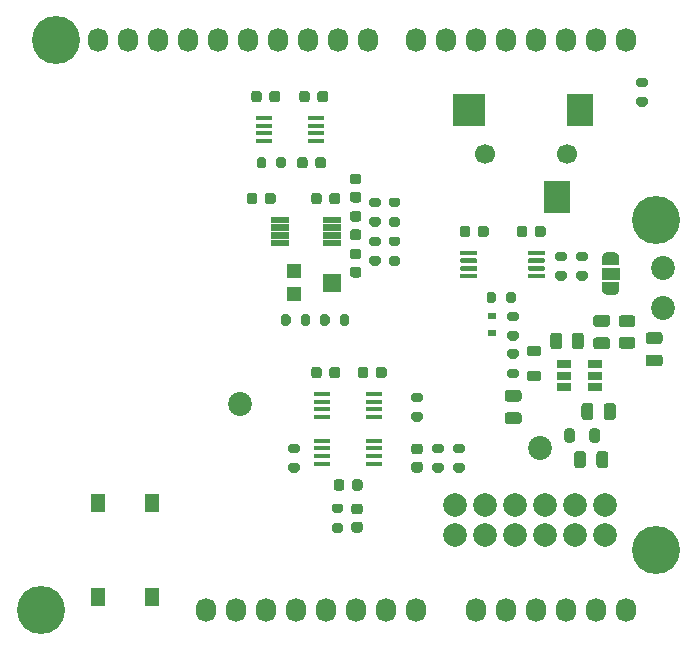
<source format=gts>
G04 #@! TF.GenerationSoftware,KiCad,Pcbnew,(5.1.9)-1*
G04 #@! TF.CreationDate,2021-12-17T16:24:56-06:00*
G04 #@! TF.ProjectId,DEVLPR,4445564c-5052-42e6-9b69-6361645f7063,rev?*
G04 #@! TF.SameCoordinates,Original*
G04 #@! TF.FileFunction,Soldermask,Top*
G04 #@! TF.FilePolarity,Negative*
%FSLAX46Y46*%
G04 Gerber Fmt 4.6, Leading zero omitted, Abs format (unit mm)*
G04 Created by KiCad (PCBNEW (5.1.9)-1) date 2021-12-17 16:24:56*
%MOMM*%
%LPD*%
G01*
G04 APERTURE LIST*
%ADD10R,1.300000X1.550000*%
%ADD11R,0.800000X0.600000*%
%ADD12C,2.020000*%
%ADD13R,1.500000X1.000000*%
%ADD14C,0.100000*%
%ADD15R,1.450000X0.450000*%
%ADD16R,1.220000X0.650000*%
%ADD17R,1.200000X1.200000*%
%ADD18R,1.500000X1.600000*%
%ADD19C,1.700000*%
%ADD20R,2.800000X2.800000*%
%ADD21R,2.200000X2.800000*%
%ADD22C,2.000000*%
%ADD23O,1.727200X2.032000*%
%ADD24C,4.064000*%
G04 APERTURE END LIST*
D10*
X134366000Y-114808000D03*
X134366000Y-122758000D03*
X129866000Y-114808000D03*
X129866000Y-122758000D03*
G36*
G01*
X165248000Y-99397000D02*
X164698000Y-99397000D01*
G75*
G02*
X164498000Y-99197000I0J200000D01*
G01*
X164498000Y-98797000D01*
G75*
G02*
X164698000Y-98597000I200000J0D01*
G01*
X165248000Y-98597000D01*
G75*
G02*
X165448000Y-98797000I0J-200000D01*
G01*
X165448000Y-99197000D01*
G75*
G02*
X165248000Y-99397000I-200000J0D01*
G01*
G37*
G36*
G01*
X165248000Y-101047000D02*
X164698000Y-101047000D01*
G75*
G02*
X164498000Y-100847000I0J200000D01*
G01*
X164498000Y-100447000D01*
G75*
G02*
X164698000Y-100247000I200000J0D01*
G01*
X165248000Y-100247000D01*
G75*
G02*
X165448000Y-100447000I0J-200000D01*
G01*
X165448000Y-100847000D01*
G75*
G02*
X165248000Y-101047000I-200000J0D01*
G01*
G37*
D11*
X163195000Y-100395000D03*
X163195000Y-98995000D03*
D12*
X177673000Y-94869000D03*
G36*
G01*
X150678000Y-113034000D02*
X150678000Y-113534000D01*
G75*
G02*
X150453000Y-113759000I-225000J0D01*
G01*
X150003000Y-113759000D01*
G75*
G02*
X149778000Y-113534000I0J225000D01*
G01*
X149778000Y-113034000D01*
G75*
G02*
X150003000Y-112809000I225000J0D01*
G01*
X150453000Y-112809000D01*
G75*
G02*
X150678000Y-113034000I0J-225000D01*
G01*
G37*
G36*
G01*
X152228000Y-113034000D02*
X152228000Y-113534000D01*
G75*
G02*
X152003000Y-113759000I-225000J0D01*
G01*
X151553000Y-113759000D01*
G75*
G02*
X151328000Y-113534000I0J225000D01*
G01*
X151328000Y-113034000D01*
G75*
G02*
X151553000Y-112809000I225000J0D01*
G01*
X152003000Y-112809000D01*
G75*
G02*
X152228000Y-113034000I0J-225000D01*
G01*
G37*
D13*
X173228000Y-95377000D03*
D14*
G36*
X172478602Y-94077000D02*
G01*
X172478602Y-94052466D01*
X172483412Y-94003635D01*
X172492984Y-93955510D01*
X172507228Y-93908555D01*
X172526005Y-93863222D01*
X172549136Y-93819949D01*
X172576396Y-93779150D01*
X172607524Y-93741221D01*
X172642221Y-93706524D01*
X172680150Y-93675396D01*
X172720949Y-93648136D01*
X172764222Y-93625005D01*
X172809555Y-93606228D01*
X172856510Y-93591984D01*
X172904635Y-93582412D01*
X172953466Y-93577602D01*
X172978000Y-93577602D01*
X172978000Y-93577000D01*
X173478000Y-93577000D01*
X173478000Y-93577602D01*
X173502534Y-93577602D01*
X173551365Y-93582412D01*
X173599490Y-93591984D01*
X173646445Y-93606228D01*
X173691778Y-93625005D01*
X173735051Y-93648136D01*
X173775850Y-93675396D01*
X173813779Y-93706524D01*
X173848476Y-93741221D01*
X173879604Y-93779150D01*
X173906864Y-93819949D01*
X173929995Y-93863222D01*
X173948772Y-93908555D01*
X173963016Y-93955510D01*
X173972588Y-94003635D01*
X173977398Y-94052466D01*
X173977398Y-94077000D01*
X173978000Y-94077000D01*
X173978000Y-94627000D01*
X172478000Y-94627000D01*
X172478000Y-94077000D01*
X172478602Y-94077000D01*
G37*
G36*
X173978000Y-96127000D02*
G01*
X173978000Y-96677000D01*
X173977398Y-96677000D01*
X173977398Y-96701534D01*
X173972588Y-96750365D01*
X173963016Y-96798490D01*
X173948772Y-96845445D01*
X173929995Y-96890778D01*
X173906864Y-96934051D01*
X173879604Y-96974850D01*
X173848476Y-97012779D01*
X173813779Y-97047476D01*
X173775850Y-97078604D01*
X173735051Y-97105864D01*
X173691778Y-97128995D01*
X173646445Y-97147772D01*
X173599490Y-97162016D01*
X173551365Y-97171588D01*
X173502534Y-97176398D01*
X173478000Y-97176398D01*
X173478000Y-97177000D01*
X172978000Y-97177000D01*
X172978000Y-97176398D01*
X172953466Y-97176398D01*
X172904635Y-97171588D01*
X172856510Y-97162016D01*
X172809555Y-97147772D01*
X172764222Y-97128995D01*
X172720949Y-97105864D01*
X172680150Y-97078604D01*
X172642221Y-97047476D01*
X172607524Y-97012779D01*
X172576396Y-96974850D01*
X172549136Y-96934051D01*
X172526005Y-96890778D01*
X172507228Y-96845445D01*
X172492984Y-96798490D01*
X172483412Y-96750365D01*
X172478602Y-96701534D01*
X172478602Y-96677000D01*
X172478000Y-96677000D01*
X172478000Y-96127000D01*
X173978000Y-96127000D01*
G37*
G36*
G01*
X166209000Y-93740000D02*
X166209000Y-93540000D01*
G75*
G02*
X166309000Y-93440000I100000J0D01*
G01*
X167584000Y-93440000D01*
G75*
G02*
X167684000Y-93540000I0J-100000D01*
G01*
X167684000Y-93740000D01*
G75*
G02*
X167584000Y-93840000I-100000J0D01*
G01*
X166309000Y-93840000D01*
G75*
G02*
X166209000Y-93740000I0J100000D01*
G01*
G37*
G36*
G01*
X166209000Y-94390000D02*
X166209000Y-94190000D01*
G75*
G02*
X166309000Y-94090000I100000J0D01*
G01*
X167584000Y-94090000D01*
G75*
G02*
X167684000Y-94190000I0J-100000D01*
G01*
X167684000Y-94390000D01*
G75*
G02*
X167584000Y-94490000I-100000J0D01*
G01*
X166309000Y-94490000D01*
G75*
G02*
X166209000Y-94390000I0J100000D01*
G01*
G37*
G36*
G01*
X166209000Y-95040000D02*
X166209000Y-94840000D01*
G75*
G02*
X166309000Y-94740000I100000J0D01*
G01*
X167584000Y-94740000D01*
G75*
G02*
X167684000Y-94840000I0J-100000D01*
G01*
X167684000Y-95040000D01*
G75*
G02*
X167584000Y-95140000I-100000J0D01*
G01*
X166309000Y-95140000D01*
G75*
G02*
X166209000Y-95040000I0J100000D01*
G01*
G37*
G36*
G01*
X166209000Y-95690000D02*
X166209000Y-95490000D01*
G75*
G02*
X166309000Y-95390000I100000J0D01*
G01*
X167584000Y-95390000D01*
G75*
G02*
X167684000Y-95490000I0J-100000D01*
G01*
X167684000Y-95690000D01*
G75*
G02*
X167584000Y-95790000I-100000J0D01*
G01*
X166309000Y-95790000D01*
G75*
G02*
X166209000Y-95690000I0J100000D01*
G01*
G37*
G36*
G01*
X160484000Y-95690000D02*
X160484000Y-95490000D01*
G75*
G02*
X160584000Y-95390000I100000J0D01*
G01*
X161859000Y-95390000D01*
G75*
G02*
X161959000Y-95490000I0J-100000D01*
G01*
X161959000Y-95690000D01*
G75*
G02*
X161859000Y-95790000I-100000J0D01*
G01*
X160584000Y-95790000D01*
G75*
G02*
X160484000Y-95690000I0J100000D01*
G01*
G37*
G36*
G01*
X160484000Y-95040000D02*
X160484000Y-94840000D01*
G75*
G02*
X160584000Y-94740000I100000J0D01*
G01*
X161859000Y-94740000D01*
G75*
G02*
X161959000Y-94840000I0J-100000D01*
G01*
X161959000Y-95040000D01*
G75*
G02*
X161859000Y-95140000I-100000J0D01*
G01*
X160584000Y-95140000D01*
G75*
G02*
X160484000Y-95040000I0J100000D01*
G01*
G37*
G36*
G01*
X160484000Y-94390000D02*
X160484000Y-94190000D01*
G75*
G02*
X160584000Y-94090000I100000J0D01*
G01*
X161859000Y-94090000D01*
G75*
G02*
X161959000Y-94190000I0J-100000D01*
G01*
X161959000Y-94390000D01*
G75*
G02*
X161859000Y-94490000I-100000J0D01*
G01*
X160584000Y-94490000D01*
G75*
G02*
X160484000Y-94390000I0J100000D01*
G01*
G37*
G36*
G01*
X160484000Y-93740000D02*
X160484000Y-93540000D01*
G75*
G02*
X160584000Y-93440000I100000J0D01*
G01*
X161859000Y-93440000D01*
G75*
G02*
X161959000Y-93540000I0J-100000D01*
G01*
X161959000Y-93740000D01*
G75*
G02*
X161859000Y-93840000I-100000J0D01*
G01*
X160584000Y-93840000D01*
G75*
G02*
X160484000Y-93740000I0J100000D01*
G01*
G37*
D15*
X148250000Y-82210000D03*
X148250000Y-82860000D03*
X148250000Y-83510000D03*
X148250000Y-84160000D03*
X143850000Y-84160000D03*
X143850000Y-83510000D03*
X143850000Y-82860000D03*
X143850000Y-82210000D03*
X148803000Y-111465000D03*
X148803000Y-110815000D03*
X148803000Y-110165000D03*
X148803000Y-109515000D03*
X153203000Y-109515000D03*
X153203000Y-110165000D03*
X153203000Y-110815000D03*
X153203000Y-111465000D03*
G36*
G01*
X145972000Y-93071000D02*
X144522000Y-93071000D01*
G75*
G02*
X144472000Y-93021000I0J50000D01*
G01*
X144472000Y-92571000D01*
G75*
G02*
X144522000Y-92521000I50000J0D01*
G01*
X145972000Y-92521000D01*
G75*
G02*
X146022000Y-92571000I0J-50000D01*
G01*
X146022000Y-93021000D01*
G75*
G02*
X145972000Y-93071000I-50000J0D01*
G01*
G37*
G36*
G01*
X145972000Y-92421000D02*
X144522000Y-92421000D01*
G75*
G02*
X144472000Y-92371000I0J50000D01*
G01*
X144472000Y-91921000D01*
G75*
G02*
X144522000Y-91871000I50000J0D01*
G01*
X145972000Y-91871000D01*
G75*
G02*
X146022000Y-91921000I0J-50000D01*
G01*
X146022000Y-92371000D01*
G75*
G02*
X145972000Y-92421000I-50000J0D01*
G01*
G37*
G36*
G01*
X145972000Y-91771000D02*
X144522000Y-91771000D01*
G75*
G02*
X144472000Y-91721000I0J50000D01*
G01*
X144472000Y-91271000D01*
G75*
G02*
X144522000Y-91221000I50000J0D01*
G01*
X145972000Y-91221000D01*
G75*
G02*
X146022000Y-91271000I0J-50000D01*
G01*
X146022000Y-91721000D01*
G75*
G02*
X145972000Y-91771000I-50000J0D01*
G01*
G37*
G36*
G01*
X145972000Y-91121000D02*
X144522000Y-91121000D01*
G75*
G02*
X144472000Y-91071000I0J50000D01*
G01*
X144472000Y-90621000D01*
G75*
G02*
X144522000Y-90571000I50000J0D01*
G01*
X145972000Y-90571000D01*
G75*
G02*
X146022000Y-90621000I0J-50000D01*
G01*
X146022000Y-91071000D01*
G75*
G02*
X145972000Y-91121000I-50000J0D01*
G01*
G37*
G36*
G01*
X150372000Y-91121000D02*
X148922000Y-91121000D01*
G75*
G02*
X148872000Y-91071000I0J50000D01*
G01*
X148872000Y-90621000D01*
G75*
G02*
X148922000Y-90571000I50000J0D01*
G01*
X150372000Y-90571000D01*
G75*
G02*
X150422000Y-90621000I0J-50000D01*
G01*
X150422000Y-91071000D01*
G75*
G02*
X150372000Y-91121000I-50000J0D01*
G01*
G37*
G36*
G01*
X150372000Y-91771000D02*
X148922000Y-91771000D01*
G75*
G02*
X148872000Y-91721000I0J50000D01*
G01*
X148872000Y-91271000D01*
G75*
G02*
X148922000Y-91221000I50000J0D01*
G01*
X150372000Y-91221000D01*
G75*
G02*
X150422000Y-91271000I0J-50000D01*
G01*
X150422000Y-91721000D01*
G75*
G02*
X150372000Y-91771000I-50000J0D01*
G01*
G37*
G36*
G01*
X150372000Y-92421000D02*
X148922000Y-92421000D01*
G75*
G02*
X148872000Y-92371000I0J50000D01*
G01*
X148872000Y-91921000D01*
G75*
G02*
X148922000Y-91871000I50000J0D01*
G01*
X150372000Y-91871000D01*
G75*
G02*
X150422000Y-91921000I0J-50000D01*
G01*
X150422000Y-92371000D01*
G75*
G02*
X150372000Y-92421000I-50000J0D01*
G01*
G37*
G36*
G01*
X150372000Y-93071000D02*
X148922000Y-93071000D01*
G75*
G02*
X148872000Y-93021000I0J50000D01*
G01*
X148872000Y-92571000D01*
G75*
G02*
X148922000Y-92521000I50000J0D01*
G01*
X150372000Y-92521000D01*
G75*
G02*
X150422000Y-92571000I0J-50000D01*
G01*
X150422000Y-93021000D01*
G75*
G02*
X150372000Y-93071000I-50000J0D01*
G01*
G37*
D16*
X169251000Y-104963000D03*
X169251000Y-104013000D03*
X169251000Y-103063000D03*
X171871000Y-103063000D03*
X171871000Y-104013000D03*
X171871000Y-104963000D03*
D15*
X153203000Y-105578000D03*
X153203000Y-106228000D03*
X153203000Y-106878000D03*
X153203000Y-107528000D03*
X148803000Y-107528000D03*
X148803000Y-106878000D03*
X148803000Y-106228000D03*
X148803000Y-105578000D03*
D12*
X167259000Y-110109000D03*
X177673000Y-98298000D03*
G36*
G01*
X168762000Y-95167000D02*
X169312000Y-95167000D01*
G75*
G02*
X169512000Y-95367000I0J-200000D01*
G01*
X169512000Y-95767000D01*
G75*
G02*
X169312000Y-95967000I-200000J0D01*
G01*
X168762000Y-95967000D01*
G75*
G02*
X168562000Y-95767000I0J200000D01*
G01*
X168562000Y-95367000D01*
G75*
G02*
X168762000Y-95167000I200000J0D01*
G01*
G37*
G36*
G01*
X168762000Y-93517000D02*
X169312000Y-93517000D01*
G75*
G02*
X169512000Y-93717000I0J-200000D01*
G01*
X169512000Y-94117000D01*
G75*
G02*
X169312000Y-94317000I-200000J0D01*
G01*
X168762000Y-94317000D01*
G75*
G02*
X168562000Y-94117000I0J200000D01*
G01*
X168562000Y-93717000D01*
G75*
G02*
X168762000Y-93517000I200000J0D01*
G01*
G37*
G36*
G01*
X171090000Y-94317000D02*
X170540000Y-94317000D01*
G75*
G02*
X170340000Y-94117000I0J200000D01*
G01*
X170340000Y-93717000D01*
G75*
G02*
X170540000Y-93517000I200000J0D01*
G01*
X171090000Y-93517000D01*
G75*
G02*
X171290000Y-93717000I0J-200000D01*
G01*
X171290000Y-94117000D01*
G75*
G02*
X171090000Y-94317000I-200000J0D01*
G01*
G37*
G36*
G01*
X171090000Y-95967000D02*
X170540000Y-95967000D01*
G75*
G02*
X170340000Y-95767000I0J200000D01*
G01*
X170340000Y-95367000D01*
G75*
G02*
X170540000Y-95167000I200000J0D01*
G01*
X171090000Y-95167000D01*
G75*
G02*
X171290000Y-95367000I0J-200000D01*
G01*
X171290000Y-95767000D01*
G75*
G02*
X171090000Y-95967000I-200000J0D01*
G01*
G37*
G36*
G01*
X163532000Y-97134000D02*
X163532000Y-97684000D01*
G75*
G02*
X163332000Y-97884000I-200000J0D01*
G01*
X162932000Y-97884000D01*
G75*
G02*
X162732000Y-97684000I0J200000D01*
G01*
X162732000Y-97134000D01*
G75*
G02*
X162932000Y-96934000I200000J0D01*
G01*
X163332000Y-96934000D01*
G75*
G02*
X163532000Y-97134000I0J-200000D01*
G01*
G37*
G36*
G01*
X165182000Y-97134000D02*
X165182000Y-97684000D01*
G75*
G02*
X164982000Y-97884000I-200000J0D01*
G01*
X164582000Y-97884000D01*
G75*
G02*
X164382000Y-97684000I0J200000D01*
G01*
X164382000Y-97134000D01*
G75*
G02*
X164582000Y-96934000I200000J0D01*
G01*
X164982000Y-96934000D01*
G75*
G02*
X165182000Y-97134000I0J-200000D01*
G01*
G37*
G36*
G01*
X146133000Y-99039000D02*
X146133000Y-99589000D01*
G75*
G02*
X145933000Y-99789000I-200000J0D01*
G01*
X145533000Y-99789000D01*
G75*
G02*
X145333000Y-99589000I0J200000D01*
G01*
X145333000Y-99039000D01*
G75*
G02*
X145533000Y-98839000I200000J0D01*
G01*
X145933000Y-98839000D01*
G75*
G02*
X146133000Y-99039000I0J-200000D01*
G01*
G37*
G36*
G01*
X147783000Y-99039000D02*
X147783000Y-99589000D01*
G75*
G02*
X147583000Y-99789000I-200000J0D01*
G01*
X147183000Y-99789000D01*
G75*
G02*
X146983000Y-99589000I0J200000D01*
G01*
X146983000Y-99039000D01*
G75*
G02*
X147183000Y-98839000I200000J0D01*
G01*
X147583000Y-98839000D01*
G75*
G02*
X147783000Y-99039000I0J-200000D01*
G01*
G37*
G36*
G01*
X157120000Y-106255000D02*
X156570000Y-106255000D01*
G75*
G02*
X156370000Y-106055000I0J200000D01*
G01*
X156370000Y-105655000D01*
G75*
G02*
X156570000Y-105455000I200000J0D01*
G01*
X157120000Y-105455000D01*
G75*
G02*
X157320000Y-105655000I0J-200000D01*
G01*
X157320000Y-106055000D01*
G75*
G02*
X157120000Y-106255000I-200000J0D01*
G01*
G37*
G36*
G01*
X157120000Y-107905000D02*
X156570000Y-107905000D01*
G75*
G02*
X156370000Y-107705000I0J200000D01*
G01*
X156370000Y-107305000D01*
G75*
G02*
X156570000Y-107105000I200000J0D01*
G01*
X157120000Y-107105000D01*
G75*
G02*
X157320000Y-107305000I0J-200000D01*
G01*
X157320000Y-107705000D01*
G75*
G02*
X157120000Y-107905000I-200000J0D01*
G01*
G37*
G36*
G01*
X160126000Y-111423000D02*
X160676000Y-111423000D01*
G75*
G02*
X160876000Y-111623000I0J-200000D01*
G01*
X160876000Y-112023000D01*
G75*
G02*
X160676000Y-112223000I-200000J0D01*
G01*
X160126000Y-112223000D01*
G75*
G02*
X159926000Y-112023000I0J200000D01*
G01*
X159926000Y-111623000D01*
G75*
G02*
X160126000Y-111423000I200000J0D01*
G01*
G37*
G36*
G01*
X160126000Y-109773000D02*
X160676000Y-109773000D01*
G75*
G02*
X160876000Y-109973000I0J-200000D01*
G01*
X160876000Y-110373000D01*
G75*
G02*
X160676000Y-110573000I-200000J0D01*
G01*
X160126000Y-110573000D01*
G75*
G02*
X159926000Y-110373000I0J200000D01*
G01*
X159926000Y-109973000D01*
G75*
G02*
X160126000Y-109773000I200000J0D01*
G01*
G37*
G36*
G01*
X165248000Y-102572000D02*
X164698000Y-102572000D01*
G75*
G02*
X164498000Y-102372000I0J200000D01*
G01*
X164498000Y-101972000D01*
G75*
G02*
X164698000Y-101772000I200000J0D01*
G01*
X165248000Y-101772000D01*
G75*
G02*
X165448000Y-101972000I0J-200000D01*
G01*
X165448000Y-102372000D01*
G75*
G02*
X165248000Y-102572000I-200000J0D01*
G01*
G37*
G36*
G01*
X165248000Y-104222000D02*
X164698000Y-104222000D01*
G75*
G02*
X164498000Y-104022000I0J200000D01*
G01*
X164498000Y-103622000D01*
G75*
G02*
X164698000Y-103422000I200000J0D01*
G01*
X165248000Y-103422000D01*
G75*
G02*
X165448000Y-103622000I0J-200000D01*
G01*
X165448000Y-104022000D01*
G75*
G02*
X165248000Y-104222000I-200000J0D01*
G01*
G37*
G36*
G01*
X169945000Y-101542001D02*
X169945000Y-100641999D01*
G75*
G02*
X170194999Y-100392000I249999J0D01*
G01*
X170720001Y-100392000D01*
G75*
G02*
X170970000Y-100641999I0J-249999D01*
G01*
X170970000Y-101542001D01*
G75*
G02*
X170720001Y-101792000I-249999J0D01*
G01*
X170194999Y-101792000D01*
G75*
G02*
X169945000Y-101542001I0J249999D01*
G01*
G37*
G36*
G01*
X168120000Y-101542001D02*
X168120000Y-100641999D01*
G75*
G02*
X168369999Y-100392000I249999J0D01*
G01*
X168895001Y-100392000D01*
G75*
G02*
X169145000Y-100641999I0J-249999D01*
G01*
X169145000Y-101542001D01*
G75*
G02*
X168895001Y-101792000I-249999J0D01*
G01*
X168369999Y-101792000D01*
G75*
G02*
X168120000Y-101542001I0J249999D01*
G01*
G37*
G36*
G01*
X174174999Y-100730000D02*
X175075001Y-100730000D01*
G75*
G02*
X175325000Y-100979999I0J-249999D01*
G01*
X175325000Y-101505001D01*
G75*
G02*
X175075001Y-101755000I-249999J0D01*
G01*
X174174999Y-101755000D01*
G75*
G02*
X173925000Y-101505001I0J249999D01*
G01*
X173925000Y-100979999D01*
G75*
G02*
X174174999Y-100730000I249999J0D01*
G01*
G37*
G36*
G01*
X174174999Y-98905000D02*
X175075001Y-98905000D01*
G75*
G02*
X175325000Y-99154999I0J-249999D01*
G01*
X175325000Y-99680001D01*
G75*
G02*
X175075001Y-99930000I-249999J0D01*
G01*
X174174999Y-99930000D01*
G75*
G02*
X173925000Y-99680001I0J249999D01*
G01*
X173925000Y-99154999D01*
G75*
G02*
X174174999Y-98905000I249999J0D01*
G01*
G37*
G36*
G01*
X167132250Y-102372000D02*
X166369750Y-102372000D01*
G75*
G02*
X166151000Y-102153250I0J218750D01*
G01*
X166151000Y-101715750D01*
G75*
G02*
X166369750Y-101497000I218750J0D01*
G01*
X167132250Y-101497000D01*
G75*
G02*
X167351000Y-101715750I0J-218750D01*
G01*
X167351000Y-102153250D01*
G75*
G02*
X167132250Y-102372000I-218750J0D01*
G01*
G37*
G36*
G01*
X167132250Y-104497000D02*
X166369750Y-104497000D01*
G75*
G02*
X166151000Y-104278250I0J218750D01*
G01*
X166151000Y-103840750D01*
G75*
G02*
X166369750Y-103622000I218750J0D01*
G01*
X167132250Y-103622000D01*
G75*
G02*
X167351000Y-103840750I0J-218750D01*
G01*
X167351000Y-104278250D01*
G75*
G02*
X167132250Y-104497000I-218750J0D01*
G01*
G37*
G36*
G01*
X171440000Y-109474250D02*
X171440000Y-108711750D01*
G75*
G02*
X171658750Y-108493000I218750J0D01*
G01*
X172096250Y-108493000D01*
G75*
G02*
X172315000Y-108711750I0J-218750D01*
G01*
X172315000Y-109474250D01*
G75*
G02*
X172096250Y-109693000I-218750J0D01*
G01*
X171658750Y-109693000D01*
G75*
G02*
X171440000Y-109474250I0J218750D01*
G01*
G37*
G36*
G01*
X169315000Y-109474250D02*
X169315000Y-108711750D01*
G75*
G02*
X169533750Y-108493000I218750J0D01*
G01*
X169971250Y-108493000D01*
G75*
G02*
X170190000Y-108711750I0J-218750D01*
G01*
X170190000Y-109474250D01*
G75*
G02*
X169971250Y-109693000I-218750J0D01*
G01*
X169533750Y-109693000D01*
G75*
G02*
X169315000Y-109474250I0J218750D01*
G01*
G37*
G36*
G01*
X144343000Y-80641000D02*
X144343000Y-80141000D01*
G75*
G02*
X144568000Y-79916000I225000J0D01*
G01*
X145018000Y-79916000D01*
G75*
G02*
X145243000Y-80141000I0J-225000D01*
G01*
X145243000Y-80641000D01*
G75*
G02*
X145018000Y-80866000I-225000J0D01*
G01*
X144568000Y-80866000D01*
G75*
G02*
X144343000Y-80641000I0J225000D01*
G01*
G37*
G36*
G01*
X142793000Y-80641000D02*
X142793000Y-80141000D01*
G75*
G02*
X143018000Y-79916000I225000J0D01*
G01*
X143468000Y-79916000D01*
G75*
G02*
X143693000Y-80141000I0J-225000D01*
G01*
X143693000Y-80641000D01*
G75*
G02*
X143468000Y-80866000I-225000J0D01*
G01*
X143018000Y-80866000D01*
G75*
G02*
X142793000Y-80641000I0J225000D01*
G01*
G37*
G36*
G01*
X147757000Y-80141000D02*
X147757000Y-80641000D01*
G75*
G02*
X147532000Y-80866000I-225000J0D01*
G01*
X147082000Y-80866000D01*
G75*
G02*
X146857000Y-80641000I0J225000D01*
G01*
X146857000Y-80141000D01*
G75*
G02*
X147082000Y-79916000I225000J0D01*
G01*
X147532000Y-79916000D01*
G75*
G02*
X147757000Y-80141000I0J-225000D01*
G01*
G37*
G36*
G01*
X149307000Y-80141000D02*
X149307000Y-80641000D01*
G75*
G02*
X149082000Y-80866000I-225000J0D01*
G01*
X148632000Y-80866000D01*
G75*
G02*
X148407000Y-80641000I0J225000D01*
G01*
X148407000Y-80141000D01*
G75*
G02*
X148632000Y-79916000I225000J0D01*
G01*
X149082000Y-79916000D01*
G75*
G02*
X149307000Y-80141000I0J-225000D01*
G01*
G37*
G36*
G01*
X152710000Y-103509000D02*
X152710000Y-104009000D01*
G75*
G02*
X152485000Y-104234000I-225000J0D01*
G01*
X152035000Y-104234000D01*
G75*
G02*
X151810000Y-104009000I0J225000D01*
G01*
X151810000Y-103509000D01*
G75*
G02*
X152035000Y-103284000I225000J0D01*
G01*
X152485000Y-103284000D01*
G75*
G02*
X152710000Y-103509000I0J-225000D01*
G01*
G37*
G36*
G01*
X154260000Y-103509000D02*
X154260000Y-104009000D01*
G75*
G02*
X154035000Y-104234000I-225000J0D01*
G01*
X153585000Y-104234000D01*
G75*
G02*
X153360000Y-104009000I0J225000D01*
G01*
X153360000Y-103509000D01*
G75*
G02*
X153585000Y-103284000I225000J0D01*
G01*
X154035000Y-103284000D01*
G75*
G02*
X154260000Y-103509000I0J-225000D01*
G01*
G37*
G36*
G01*
X151888000Y-94163000D02*
X151388000Y-94163000D01*
G75*
G02*
X151163000Y-93938000I0J225000D01*
G01*
X151163000Y-93488000D01*
G75*
G02*
X151388000Y-93263000I225000J0D01*
G01*
X151888000Y-93263000D01*
G75*
G02*
X152113000Y-93488000I0J-225000D01*
G01*
X152113000Y-93938000D01*
G75*
G02*
X151888000Y-94163000I-225000J0D01*
G01*
G37*
G36*
G01*
X151888000Y-95713000D02*
X151388000Y-95713000D01*
G75*
G02*
X151163000Y-95488000I0J225000D01*
G01*
X151163000Y-95038000D01*
G75*
G02*
X151388000Y-94813000I225000J0D01*
G01*
X151888000Y-94813000D01*
G75*
G02*
X152113000Y-95038000I0J-225000D01*
G01*
X152113000Y-95488000D01*
G75*
G02*
X151888000Y-95713000I-225000J0D01*
G01*
G37*
G36*
G01*
X151888000Y-90988000D02*
X151388000Y-90988000D01*
G75*
G02*
X151163000Y-90763000I0J225000D01*
G01*
X151163000Y-90313000D01*
G75*
G02*
X151388000Y-90088000I225000J0D01*
G01*
X151888000Y-90088000D01*
G75*
G02*
X152113000Y-90313000I0J-225000D01*
G01*
X152113000Y-90763000D01*
G75*
G02*
X151888000Y-90988000I-225000J0D01*
G01*
G37*
G36*
G01*
X151888000Y-92538000D02*
X151388000Y-92538000D01*
G75*
G02*
X151163000Y-92313000I0J225000D01*
G01*
X151163000Y-91863000D01*
G75*
G02*
X151388000Y-91638000I225000J0D01*
G01*
X151888000Y-91638000D01*
G75*
G02*
X152113000Y-91863000I0J-225000D01*
G01*
X152113000Y-92313000D01*
G75*
G02*
X151888000Y-92538000I-225000J0D01*
G01*
G37*
G36*
G01*
X151888000Y-87813000D02*
X151388000Y-87813000D01*
G75*
G02*
X151163000Y-87588000I0J225000D01*
G01*
X151163000Y-87138000D01*
G75*
G02*
X151388000Y-86913000I225000J0D01*
G01*
X151888000Y-86913000D01*
G75*
G02*
X152113000Y-87138000I0J-225000D01*
G01*
X152113000Y-87588000D01*
G75*
G02*
X151888000Y-87813000I-225000J0D01*
G01*
G37*
G36*
G01*
X151888000Y-89363000D02*
X151388000Y-89363000D01*
G75*
G02*
X151163000Y-89138000I0J225000D01*
G01*
X151163000Y-88688000D01*
G75*
G02*
X151388000Y-88463000I225000J0D01*
G01*
X151888000Y-88463000D01*
G75*
G02*
X152113000Y-88688000I0J-225000D01*
G01*
X152113000Y-89138000D01*
G75*
G02*
X151888000Y-89363000I-225000J0D01*
G01*
G37*
G36*
G01*
X164498000Y-107130000D02*
X165448000Y-107130000D01*
G75*
G02*
X165698000Y-107380000I0J-250000D01*
G01*
X165698000Y-107880000D01*
G75*
G02*
X165448000Y-108130000I-250000J0D01*
G01*
X164498000Y-108130000D01*
G75*
G02*
X164248000Y-107880000I0J250000D01*
G01*
X164248000Y-107380000D01*
G75*
G02*
X164498000Y-107130000I250000J0D01*
G01*
G37*
G36*
G01*
X164498000Y-105230000D02*
X165448000Y-105230000D01*
G75*
G02*
X165698000Y-105480000I0J-250000D01*
G01*
X165698000Y-105980000D01*
G75*
G02*
X165448000Y-106230000I-250000J0D01*
G01*
X164498000Y-106230000D01*
G75*
G02*
X164248000Y-105980000I0J250000D01*
G01*
X164248000Y-105480000D01*
G75*
G02*
X164498000Y-105230000I250000J0D01*
G01*
G37*
G36*
G01*
X176436000Y-102238000D02*
X177386000Y-102238000D01*
G75*
G02*
X177636000Y-102488000I0J-250000D01*
G01*
X177636000Y-102988000D01*
G75*
G02*
X177386000Y-103238000I-250000J0D01*
G01*
X176436000Y-103238000D01*
G75*
G02*
X176186000Y-102988000I0J250000D01*
G01*
X176186000Y-102488000D01*
G75*
G02*
X176436000Y-102238000I250000J0D01*
G01*
G37*
G36*
G01*
X176436000Y-100338000D02*
X177386000Y-100338000D01*
G75*
G02*
X177636000Y-100588000I0J-250000D01*
G01*
X177636000Y-101088000D01*
G75*
G02*
X177386000Y-101338000I-250000J0D01*
G01*
X176436000Y-101338000D01*
G75*
G02*
X176186000Y-101088000I0J250000D01*
G01*
X176186000Y-100588000D01*
G75*
G02*
X176436000Y-100338000I250000J0D01*
G01*
G37*
G36*
G01*
X171991000Y-100780000D02*
X172941000Y-100780000D01*
G75*
G02*
X173191000Y-101030000I0J-250000D01*
G01*
X173191000Y-101530000D01*
G75*
G02*
X172941000Y-101780000I-250000J0D01*
G01*
X171991000Y-101780000D01*
G75*
G02*
X171741000Y-101530000I0J250000D01*
G01*
X171741000Y-101030000D01*
G75*
G02*
X171991000Y-100780000I250000J0D01*
G01*
G37*
G36*
G01*
X171991000Y-98880000D02*
X172941000Y-98880000D01*
G75*
G02*
X173191000Y-99130000I0J-250000D01*
G01*
X173191000Y-99630000D01*
G75*
G02*
X172941000Y-99880000I-250000J0D01*
G01*
X171991000Y-99880000D01*
G75*
G02*
X171741000Y-99630000I0J250000D01*
G01*
X171741000Y-99130000D01*
G75*
G02*
X171991000Y-98880000I250000J0D01*
G01*
G37*
G36*
G01*
X172662000Y-107536000D02*
X172662000Y-106586000D01*
G75*
G02*
X172912000Y-106336000I250000J0D01*
G01*
X173412000Y-106336000D01*
G75*
G02*
X173662000Y-106586000I0J-250000D01*
G01*
X173662000Y-107536000D01*
G75*
G02*
X173412000Y-107786000I-250000J0D01*
G01*
X172912000Y-107786000D01*
G75*
G02*
X172662000Y-107536000I0J250000D01*
G01*
G37*
G36*
G01*
X170762000Y-107536000D02*
X170762000Y-106586000D01*
G75*
G02*
X171012000Y-106336000I250000J0D01*
G01*
X171512000Y-106336000D01*
G75*
G02*
X171762000Y-106586000I0J-250000D01*
G01*
X171762000Y-107536000D01*
G75*
G02*
X171512000Y-107786000I-250000J0D01*
G01*
X171012000Y-107786000D01*
G75*
G02*
X170762000Y-107536000I0J250000D01*
G01*
G37*
G36*
G01*
X172027000Y-111600000D02*
X172027000Y-110650000D01*
G75*
G02*
X172277000Y-110400000I250000J0D01*
G01*
X172777000Y-110400000D01*
G75*
G02*
X173027000Y-110650000I0J-250000D01*
G01*
X173027000Y-111600000D01*
G75*
G02*
X172777000Y-111850000I-250000J0D01*
G01*
X172277000Y-111850000D01*
G75*
G02*
X172027000Y-111600000I0J250000D01*
G01*
G37*
G36*
G01*
X170127000Y-111600000D02*
X170127000Y-110650000D01*
G75*
G02*
X170377000Y-110400000I250000J0D01*
G01*
X170877000Y-110400000D01*
G75*
G02*
X171127000Y-110650000I0J-250000D01*
G01*
X171127000Y-111600000D01*
G75*
G02*
X170877000Y-111850000I-250000J0D01*
G01*
X170377000Y-111850000D01*
G75*
G02*
X170127000Y-111600000I0J250000D01*
G01*
G37*
G36*
G01*
X144925600Y-86279400D02*
X144925600Y-85729400D01*
G75*
G02*
X145125600Y-85529400I200000J0D01*
G01*
X145525600Y-85529400D01*
G75*
G02*
X145725600Y-85729400I0J-200000D01*
G01*
X145725600Y-86279400D01*
G75*
G02*
X145525600Y-86479400I-200000J0D01*
G01*
X145125600Y-86479400D01*
G75*
G02*
X144925600Y-86279400I0J200000D01*
G01*
G37*
G36*
G01*
X143275600Y-86279400D02*
X143275600Y-85729400D01*
G75*
G02*
X143475600Y-85529400I200000J0D01*
G01*
X143875600Y-85529400D01*
G75*
G02*
X144075600Y-85729400I0J-200000D01*
G01*
X144075600Y-86279400D01*
G75*
G02*
X143875600Y-86479400I-200000J0D01*
G01*
X143475600Y-86479400D01*
G75*
G02*
X143275600Y-86279400I0J200000D01*
G01*
G37*
G36*
G01*
X150389000Y-115653000D02*
X149839000Y-115653000D01*
G75*
G02*
X149639000Y-115453000I0J200000D01*
G01*
X149639000Y-115053000D01*
G75*
G02*
X149839000Y-114853000I200000J0D01*
G01*
X150389000Y-114853000D01*
G75*
G02*
X150589000Y-115053000I0J-200000D01*
G01*
X150589000Y-115453000D01*
G75*
G02*
X150389000Y-115653000I-200000J0D01*
G01*
G37*
G36*
G01*
X150389000Y-117303000D02*
X149839000Y-117303000D01*
G75*
G02*
X149639000Y-117103000I0J200000D01*
G01*
X149639000Y-116703000D01*
G75*
G02*
X149839000Y-116503000I200000J0D01*
G01*
X150389000Y-116503000D01*
G75*
G02*
X150589000Y-116703000I0J-200000D01*
G01*
X150589000Y-117103000D01*
G75*
G02*
X150389000Y-117303000I-200000J0D01*
G01*
G37*
G36*
G01*
X149435000Y-99039000D02*
X149435000Y-99589000D01*
G75*
G02*
X149235000Y-99789000I-200000J0D01*
G01*
X148835000Y-99789000D01*
G75*
G02*
X148635000Y-99589000I0J200000D01*
G01*
X148635000Y-99039000D01*
G75*
G02*
X148835000Y-98839000I200000J0D01*
G01*
X149235000Y-98839000D01*
G75*
G02*
X149435000Y-99039000I0J-200000D01*
G01*
G37*
G36*
G01*
X151085000Y-99039000D02*
X151085000Y-99589000D01*
G75*
G02*
X150885000Y-99789000I-200000J0D01*
G01*
X150485000Y-99789000D01*
G75*
G02*
X150285000Y-99589000I0J200000D01*
G01*
X150285000Y-99039000D01*
G75*
G02*
X150485000Y-98839000I200000J0D01*
G01*
X150885000Y-98839000D01*
G75*
G02*
X151085000Y-99039000I0J-200000D01*
G01*
G37*
G36*
G01*
X153564000Y-89745000D02*
X153014000Y-89745000D01*
G75*
G02*
X152814000Y-89545000I0J200000D01*
G01*
X152814000Y-89145000D01*
G75*
G02*
X153014000Y-88945000I200000J0D01*
G01*
X153564000Y-88945000D01*
G75*
G02*
X153764000Y-89145000I0J-200000D01*
G01*
X153764000Y-89545000D01*
G75*
G02*
X153564000Y-89745000I-200000J0D01*
G01*
G37*
G36*
G01*
X153564000Y-91395000D02*
X153014000Y-91395000D01*
G75*
G02*
X152814000Y-91195000I0J200000D01*
G01*
X152814000Y-90795000D01*
G75*
G02*
X153014000Y-90595000I200000J0D01*
G01*
X153564000Y-90595000D01*
G75*
G02*
X153764000Y-90795000I0J-200000D01*
G01*
X153764000Y-91195000D01*
G75*
G02*
X153564000Y-91395000I-200000J0D01*
G01*
G37*
G36*
G01*
X153014000Y-93897000D02*
X153564000Y-93897000D01*
G75*
G02*
X153764000Y-94097000I0J-200000D01*
G01*
X153764000Y-94497000D01*
G75*
G02*
X153564000Y-94697000I-200000J0D01*
G01*
X153014000Y-94697000D01*
G75*
G02*
X152814000Y-94497000I0J200000D01*
G01*
X152814000Y-94097000D01*
G75*
G02*
X153014000Y-93897000I200000J0D01*
G01*
G37*
G36*
G01*
X153014000Y-92247000D02*
X153564000Y-92247000D01*
G75*
G02*
X153764000Y-92447000I0J-200000D01*
G01*
X153764000Y-92847000D01*
G75*
G02*
X153564000Y-93047000I-200000J0D01*
G01*
X153014000Y-93047000D01*
G75*
G02*
X152814000Y-92847000I0J200000D01*
G01*
X152814000Y-92447000D01*
G75*
G02*
X153014000Y-92247000I200000J0D01*
G01*
G37*
G36*
G01*
X176170000Y-79585000D02*
X175620000Y-79585000D01*
G75*
G02*
X175420000Y-79385000I0J200000D01*
G01*
X175420000Y-78985000D01*
G75*
G02*
X175620000Y-78785000I200000J0D01*
G01*
X176170000Y-78785000D01*
G75*
G02*
X176370000Y-78985000I0J-200000D01*
G01*
X176370000Y-79385000D01*
G75*
G02*
X176170000Y-79585000I-200000J0D01*
G01*
G37*
G36*
G01*
X176170000Y-81235000D02*
X175620000Y-81235000D01*
G75*
G02*
X175420000Y-81035000I0J200000D01*
G01*
X175420000Y-80635000D01*
G75*
G02*
X175620000Y-80435000I200000J0D01*
G01*
X176170000Y-80435000D01*
G75*
G02*
X176370000Y-80635000I0J-200000D01*
G01*
X176370000Y-81035000D01*
G75*
G02*
X176170000Y-81235000I-200000J0D01*
G01*
G37*
G36*
G01*
X158898000Y-110573000D02*
X158348000Y-110573000D01*
G75*
G02*
X158148000Y-110373000I0J200000D01*
G01*
X158148000Y-109973000D01*
G75*
G02*
X158348000Y-109773000I200000J0D01*
G01*
X158898000Y-109773000D01*
G75*
G02*
X159098000Y-109973000I0J-200000D01*
G01*
X159098000Y-110373000D01*
G75*
G02*
X158898000Y-110573000I-200000J0D01*
G01*
G37*
G36*
G01*
X158898000Y-112223000D02*
X158348000Y-112223000D01*
G75*
G02*
X158148000Y-112023000I0J200000D01*
G01*
X158148000Y-111623000D01*
G75*
G02*
X158348000Y-111423000I200000J0D01*
G01*
X158898000Y-111423000D01*
G75*
G02*
X159098000Y-111623000I0J-200000D01*
G01*
X159098000Y-112023000D01*
G75*
G02*
X158898000Y-112223000I-200000J0D01*
G01*
G37*
D17*
X146409000Y-97139000D03*
X146409000Y-95139000D03*
D18*
X149659000Y-96139000D03*
G36*
G01*
X148229200Y-86254400D02*
X148229200Y-85754400D01*
G75*
G02*
X148454200Y-85529400I225000J0D01*
G01*
X148904200Y-85529400D01*
G75*
G02*
X149129200Y-85754400I0J-225000D01*
G01*
X149129200Y-86254400D01*
G75*
G02*
X148904200Y-86479400I-225000J0D01*
G01*
X148454200Y-86479400D01*
G75*
G02*
X148229200Y-86254400I0J225000D01*
G01*
G37*
G36*
G01*
X146679200Y-86254400D02*
X146679200Y-85754400D01*
G75*
G02*
X146904200Y-85529400I225000J0D01*
G01*
X147354200Y-85529400D01*
G75*
G02*
X147579200Y-85754400I0J-225000D01*
G01*
X147579200Y-86254400D01*
G75*
G02*
X147354200Y-86479400I-225000J0D01*
G01*
X146904200Y-86479400D01*
G75*
G02*
X146679200Y-86254400I0J225000D01*
G01*
G37*
G36*
G01*
X161996000Y-92071000D02*
X161996000Y-91571000D01*
G75*
G02*
X162221000Y-91346000I225000J0D01*
G01*
X162671000Y-91346000D01*
G75*
G02*
X162896000Y-91571000I0J-225000D01*
G01*
X162896000Y-92071000D01*
G75*
G02*
X162671000Y-92296000I-225000J0D01*
G01*
X162221000Y-92296000D01*
G75*
G02*
X161996000Y-92071000I0J225000D01*
G01*
G37*
G36*
G01*
X160446000Y-92071000D02*
X160446000Y-91571000D01*
G75*
G02*
X160671000Y-91346000I225000J0D01*
G01*
X161121000Y-91346000D01*
G75*
G02*
X161346000Y-91571000I0J-225000D01*
G01*
X161346000Y-92071000D01*
G75*
G02*
X161121000Y-92296000I-225000J0D01*
G01*
X160671000Y-92296000D01*
G75*
G02*
X160446000Y-92071000I0J225000D01*
G01*
G37*
G36*
G01*
X166172000Y-91571000D02*
X166172000Y-92071000D01*
G75*
G02*
X165947000Y-92296000I-225000J0D01*
G01*
X165497000Y-92296000D01*
G75*
G02*
X165272000Y-92071000I0J225000D01*
G01*
X165272000Y-91571000D01*
G75*
G02*
X165497000Y-91346000I225000J0D01*
G01*
X165947000Y-91346000D01*
G75*
G02*
X166172000Y-91571000I0J-225000D01*
G01*
G37*
G36*
G01*
X167722000Y-91571000D02*
X167722000Y-92071000D01*
G75*
G02*
X167497000Y-92296000I-225000J0D01*
G01*
X167047000Y-92296000D01*
G75*
G02*
X166822000Y-92071000I0J225000D01*
G01*
X166822000Y-91571000D01*
G75*
G02*
X167047000Y-91346000I225000J0D01*
G01*
X167497000Y-91346000D01*
G75*
G02*
X167722000Y-91571000I0J-225000D01*
G01*
G37*
G36*
G01*
X151515000Y-116403000D02*
X152015000Y-116403000D01*
G75*
G02*
X152240000Y-116628000I0J-225000D01*
G01*
X152240000Y-117078000D01*
G75*
G02*
X152015000Y-117303000I-225000J0D01*
G01*
X151515000Y-117303000D01*
G75*
G02*
X151290000Y-117078000I0J225000D01*
G01*
X151290000Y-116628000D01*
G75*
G02*
X151515000Y-116403000I225000J0D01*
G01*
G37*
G36*
G01*
X151515000Y-114853000D02*
X152015000Y-114853000D01*
G75*
G02*
X152240000Y-115078000I0J-225000D01*
G01*
X152240000Y-115528000D01*
G75*
G02*
X152015000Y-115753000I-225000J0D01*
G01*
X151515000Y-115753000D01*
G75*
G02*
X151290000Y-115528000I0J225000D01*
G01*
X151290000Y-115078000D01*
G75*
G02*
X151515000Y-114853000I225000J0D01*
G01*
G37*
D12*
X141859000Y-106426000D03*
G36*
G01*
X143962000Y-89277000D02*
X143962000Y-88777000D01*
G75*
G02*
X144187000Y-88552000I225000J0D01*
G01*
X144637000Y-88552000D01*
G75*
G02*
X144862000Y-88777000I0J-225000D01*
G01*
X144862000Y-89277000D01*
G75*
G02*
X144637000Y-89502000I-225000J0D01*
G01*
X144187000Y-89502000D01*
G75*
G02*
X143962000Y-89277000I0J225000D01*
G01*
G37*
G36*
G01*
X142412000Y-89277000D02*
X142412000Y-88777000D01*
G75*
G02*
X142637000Y-88552000I225000J0D01*
G01*
X143087000Y-88552000D01*
G75*
G02*
X143312000Y-88777000I0J-225000D01*
G01*
X143312000Y-89277000D01*
G75*
G02*
X143087000Y-89502000I-225000J0D01*
G01*
X142637000Y-89502000D01*
G75*
G02*
X142412000Y-89277000I0J225000D01*
G01*
G37*
D19*
X162556000Y-85217000D03*
X169556000Y-85217000D03*
D20*
X161256000Y-81517000D03*
D21*
X170656000Y-81517000D03*
X168656000Y-88917000D03*
D22*
X172720000Y-117475000D03*
X170180000Y-117475000D03*
X167640000Y-117475000D03*
X165100000Y-117475000D03*
X162560000Y-117475000D03*
X160020000Y-117475000D03*
X160020000Y-114935000D03*
X162560000Y-114935000D03*
X165100000Y-114935000D03*
X167640000Y-114935000D03*
X170180000Y-114935000D03*
X172720000Y-114935000D03*
G36*
G01*
X155215000Y-93047000D02*
X154665000Y-93047000D01*
G75*
G02*
X154465000Y-92847000I0J200000D01*
G01*
X154465000Y-92447000D01*
G75*
G02*
X154665000Y-92247000I200000J0D01*
G01*
X155215000Y-92247000D01*
G75*
G02*
X155415000Y-92447000I0J-200000D01*
G01*
X155415000Y-92847000D01*
G75*
G02*
X155215000Y-93047000I-200000J0D01*
G01*
G37*
G36*
G01*
X155215000Y-94697000D02*
X154665000Y-94697000D01*
G75*
G02*
X154465000Y-94497000I0J200000D01*
G01*
X154465000Y-94097000D01*
G75*
G02*
X154665000Y-93897000I200000J0D01*
G01*
X155215000Y-93897000D01*
G75*
G02*
X155415000Y-94097000I0J-200000D01*
G01*
X155415000Y-94497000D01*
G75*
G02*
X155215000Y-94697000I-200000J0D01*
G01*
G37*
G36*
G01*
X154665000Y-90595000D02*
X155215000Y-90595000D01*
G75*
G02*
X155415000Y-90795000I0J-200000D01*
G01*
X155415000Y-91195000D01*
G75*
G02*
X155215000Y-91395000I-200000J0D01*
G01*
X154665000Y-91395000D01*
G75*
G02*
X154465000Y-91195000I0J200000D01*
G01*
X154465000Y-90795000D01*
G75*
G02*
X154665000Y-90595000I200000J0D01*
G01*
G37*
G36*
G01*
X154665000Y-88945000D02*
X155215000Y-88945000D01*
G75*
G02*
X155415000Y-89145000I0J-200000D01*
G01*
X155415000Y-89545000D01*
G75*
G02*
X155215000Y-89745000I-200000J0D01*
G01*
X154665000Y-89745000D01*
G75*
G02*
X154465000Y-89545000I0J200000D01*
G01*
X154465000Y-89145000D01*
G75*
G02*
X154665000Y-88945000I200000J0D01*
G01*
G37*
G36*
G01*
X146156000Y-111423000D02*
X146706000Y-111423000D01*
G75*
G02*
X146906000Y-111623000I0J-200000D01*
G01*
X146906000Y-112023000D01*
G75*
G02*
X146706000Y-112223000I-200000J0D01*
G01*
X146156000Y-112223000D01*
G75*
G02*
X145956000Y-112023000I0J200000D01*
G01*
X145956000Y-111623000D01*
G75*
G02*
X146156000Y-111423000I200000J0D01*
G01*
G37*
G36*
G01*
X146156000Y-109773000D02*
X146706000Y-109773000D01*
G75*
G02*
X146906000Y-109973000I0J-200000D01*
G01*
X146906000Y-110373000D01*
G75*
G02*
X146706000Y-110573000I-200000J0D01*
G01*
X146156000Y-110573000D01*
G75*
G02*
X145956000Y-110373000I0J200000D01*
G01*
X145956000Y-109973000D01*
G75*
G02*
X146156000Y-109773000I200000J0D01*
G01*
G37*
G36*
G01*
X148773000Y-88777000D02*
X148773000Y-89277000D01*
G75*
G02*
X148548000Y-89502000I-225000J0D01*
G01*
X148098000Y-89502000D01*
G75*
G02*
X147873000Y-89277000I0J225000D01*
G01*
X147873000Y-88777000D01*
G75*
G02*
X148098000Y-88552000I225000J0D01*
G01*
X148548000Y-88552000D01*
G75*
G02*
X148773000Y-88777000I0J-225000D01*
G01*
G37*
G36*
G01*
X150323000Y-88777000D02*
X150323000Y-89277000D01*
G75*
G02*
X150098000Y-89502000I-225000J0D01*
G01*
X149648000Y-89502000D01*
G75*
G02*
X149423000Y-89277000I0J225000D01*
G01*
X149423000Y-88777000D01*
G75*
G02*
X149648000Y-88552000I225000J0D01*
G01*
X150098000Y-88552000D01*
G75*
G02*
X150323000Y-88777000I0J-225000D01*
G01*
G37*
G36*
G01*
X149423000Y-104009000D02*
X149423000Y-103509000D01*
G75*
G02*
X149648000Y-103284000I225000J0D01*
G01*
X150098000Y-103284000D01*
G75*
G02*
X150323000Y-103509000I0J-225000D01*
G01*
X150323000Y-104009000D01*
G75*
G02*
X150098000Y-104234000I-225000J0D01*
G01*
X149648000Y-104234000D01*
G75*
G02*
X149423000Y-104009000I0J225000D01*
G01*
G37*
G36*
G01*
X147873000Y-104009000D02*
X147873000Y-103509000D01*
G75*
G02*
X148098000Y-103284000I225000J0D01*
G01*
X148548000Y-103284000D01*
G75*
G02*
X148773000Y-103509000I0J-225000D01*
G01*
X148773000Y-104009000D01*
G75*
G02*
X148548000Y-104234000I-225000J0D01*
G01*
X148098000Y-104234000D01*
G75*
G02*
X147873000Y-104009000I0J225000D01*
G01*
G37*
G36*
G01*
X157095000Y-110673000D02*
X156595000Y-110673000D01*
G75*
G02*
X156370000Y-110448000I0J225000D01*
G01*
X156370000Y-109998000D01*
G75*
G02*
X156595000Y-109773000I225000J0D01*
G01*
X157095000Y-109773000D01*
G75*
G02*
X157320000Y-109998000I0J-225000D01*
G01*
X157320000Y-110448000D01*
G75*
G02*
X157095000Y-110673000I-225000J0D01*
G01*
G37*
G36*
G01*
X157095000Y-112223000D02*
X156595000Y-112223000D01*
G75*
G02*
X156370000Y-111998000I0J225000D01*
G01*
X156370000Y-111548000D01*
G75*
G02*
X156595000Y-111323000I225000J0D01*
G01*
X157095000Y-111323000D01*
G75*
G02*
X157320000Y-111548000I0J-225000D01*
G01*
X157320000Y-111998000D01*
G75*
G02*
X157095000Y-112223000I-225000J0D01*
G01*
G37*
D23*
X138938000Y-123825000D03*
X141478000Y-123825000D03*
X144018000Y-123825000D03*
X146558000Y-123825000D03*
X149098000Y-123825000D03*
X151638000Y-123825000D03*
X154178000Y-123825000D03*
X156718000Y-123825000D03*
X161798000Y-123825000D03*
X164338000Y-123825000D03*
X166878000Y-123825000D03*
X169418000Y-123825000D03*
X171958000Y-123825000D03*
X174498000Y-123825000D03*
X129794000Y-75565000D03*
X132334000Y-75565000D03*
X134874000Y-75565000D03*
X137414000Y-75565000D03*
X139954000Y-75565000D03*
X142494000Y-75565000D03*
X145034000Y-75565000D03*
X147574000Y-75565000D03*
X150114000Y-75565000D03*
X152654000Y-75565000D03*
X156718000Y-75565000D03*
X159258000Y-75565000D03*
X161798000Y-75565000D03*
X164338000Y-75565000D03*
X166878000Y-75565000D03*
X169418000Y-75565000D03*
X171958000Y-75565000D03*
X174498000Y-75565000D03*
D24*
X124968000Y-123825000D03*
X177038000Y-118745000D03*
X126238000Y-75565000D03*
X177038000Y-90805000D03*
M02*

</source>
